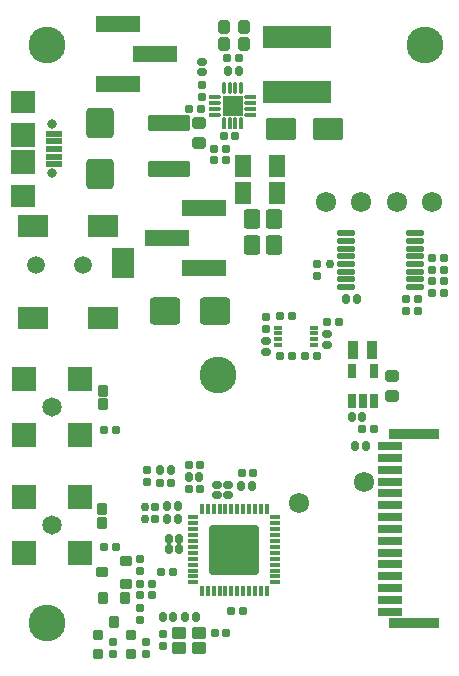
<source format=gbr>
%TF.GenerationSoftware,Altium Limited,Altium Designer,20.1.12 (249)*%
G04 Layer_Color=8388736*
%FSLAX45Y45*%
%MOMM*%
%TF.SameCoordinates,4EE8302A-A9A8-49E0-93C5-14594FCB678D*%
%TF.FilePolarity,Negative*%
%TF.FileFunction,Soldermask,Top*%
%TF.Part,Single*%
G01*
G75*
%TA.AperFunction,ViaPad*%
%ADD69C,0.50000*%
%TA.AperFunction,SMDPad,CuDef*%
G04:AMPARAMS|DCode=75|XSize=0.82mm|YSize=0.97mm|CornerRadius=0.13mm|HoleSize=0mm|Usage=FLASHONLY|Rotation=0.000|XOffset=0mm|YOffset=0mm|HoleType=Round|Shape=RoundedRectangle|*
%AMROUNDEDRECTD75*
21,1,0.82000,0.71000,0,0,0.0*
21,1,0.56000,0.97000,0,0,0.0*
1,1,0.26000,0.28000,-0.35500*
1,1,0.26000,-0.28000,-0.35500*
1,1,0.26000,-0.28000,0.35500*
1,1,0.26000,0.28000,0.35500*
%
%ADD75ROUNDEDRECTD75*%
G04:AMPARAMS|DCode=78|XSize=1.02mm|YSize=1.12mm|CornerRadius=0.15mm|HoleSize=0mm|Usage=FLASHONLY|Rotation=270.000|XOffset=0mm|YOffset=0mm|HoleType=Round|Shape=RoundedRectangle|*
%AMROUNDEDRECTD78*
21,1,1.02000,0.82000,0,0,270.0*
21,1,0.72000,1.12000,0,0,270.0*
1,1,0.30000,-0.41000,-0.36000*
1,1,0.30000,-0.41000,0.36000*
1,1,0.30000,0.41000,0.36000*
1,1,0.30000,0.41000,-0.36000*
%
%ADD78ROUNDEDRECTD78*%
G04:AMPARAMS|DCode=79|XSize=0.62mm|YSize=0.77mm|CornerRadius=0.11mm|HoleSize=0mm|Usage=FLASHONLY|Rotation=90.000|XOffset=0mm|YOffset=0mm|HoleType=Round|Shape=RoundedRectangle|*
%AMROUNDEDRECTD79*
21,1,0.62000,0.55000,0,0,90.0*
21,1,0.40000,0.77000,0,0,90.0*
1,1,0.22000,0.27500,0.20000*
1,1,0.22000,0.27500,-0.20000*
1,1,0.22000,-0.27500,-0.20000*
1,1,0.22000,-0.27500,0.20000*
%
%ADD79ROUNDEDRECTD79*%
G04:AMPARAMS|DCode=80|XSize=0.7mm|YSize=0.6mm|CornerRadius=0.1mm|HoleSize=0mm|Usage=FLASHONLY|Rotation=270.000|XOffset=0mm|YOffset=0mm|HoleType=Round|Shape=RoundedRectangle|*
%AMROUNDEDRECTD80*
21,1,0.70000,0.40000,0,0,270.0*
21,1,0.50000,0.60000,0,0,270.0*
1,1,0.20000,-0.20000,-0.25000*
1,1,0.20000,-0.20000,0.25000*
1,1,0.20000,0.20000,0.25000*
1,1,0.20000,0.20000,-0.25000*
%
%ADD80ROUNDEDRECTD80*%
G04:AMPARAMS|DCode=81|XSize=1.02mm|YSize=1.12mm|CornerRadius=0.15mm|HoleSize=0mm|Usage=FLASHONLY|Rotation=180.000|XOffset=0mm|YOffset=0mm|HoleType=Round|Shape=RoundedRectangle|*
%AMROUNDEDRECTD81*
21,1,1.02000,0.82000,0,0,180.0*
21,1,0.72000,1.12000,0,0,180.0*
1,1,0.30000,-0.36000,0.41000*
1,1,0.30000,0.36000,0.41000*
1,1,0.30000,0.36000,-0.41000*
1,1,0.30000,-0.36000,-0.41000*
%
%ADD81ROUNDEDRECTD81*%
G04:AMPARAMS|DCode=82|XSize=0.62mm|YSize=0.77mm|CornerRadius=0.11mm|HoleSize=0mm|Usage=FLASHONLY|Rotation=180.000|XOffset=0mm|YOffset=0mm|HoleType=Round|Shape=RoundedRectangle|*
%AMROUNDEDRECTD82*
21,1,0.62000,0.55000,0,0,180.0*
21,1,0.40000,0.77000,0,0,180.0*
1,1,0.22000,-0.20000,0.27500*
1,1,0.22000,0.20000,0.27500*
1,1,0.22000,0.20000,-0.27500*
1,1,0.22000,-0.20000,-0.27500*
%
%ADD82ROUNDEDRECTD82*%
%TA.AperFunction,ComponentPad*%
%ADD84C,1.52000*%
%ADD85C,0.82000*%
%ADD86C,1.72000*%
%TA.AperFunction,WasherPad*%
%ADD87C,3.12000*%
%TA.AperFunction,SMDPad,CuDef*%
G04:AMPARAMS|DCode=95|XSize=1.92mm|YSize=1.42mm|CornerRadius=0.19mm|HoleSize=0mm|Usage=FLASHONLY|Rotation=270.000|XOffset=0mm|YOffset=0mm|HoleType=Round|Shape=RoundedRectangle|*
%AMROUNDEDRECTD95*
21,1,1.92000,1.04000,0,0,270.0*
21,1,1.54000,1.42000,0,0,270.0*
1,1,0.38000,-0.52000,-0.77000*
1,1,0.38000,-0.52000,0.77000*
1,1,0.38000,0.52000,0.77000*
1,1,0.38000,0.52000,-0.77000*
%
%ADD95ROUNDEDRECTD95*%
G04:AMPARAMS|DCode=96|XSize=1.42mm|YSize=1.62mm|CornerRadius=0.19mm|HoleSize=0mm|Usage=FLASHONLY|Rotation=0.000|XOffset=0mm|YOffset=0mm|HoleType=Round|Shape=RoundedRectangle|*
%AMROUNDEDRECTD96*
21,1,1.42000,1.24000,0,0,0.0*
21,1,1.04000,1.62000,0,0,0.0*
1,1,0.38000,0.52000,-0.62000*
1,1,0.38000,-0.52000,-0.62000*
1,1,0.38000,-0.52000,0.62000*
1,1,0.38000,0.52000,0.62000*
%
%ADD96ROUNDEDRECTD96*%
G04:AMPARAMS|DCode=97|XSize=3.52mm|YSize=1.32mm|CornerRadius=0.12mm|HoleSize=0mm|Usage=FLASHONLY|Rotation=180.000|XOffset=0mm|YOffset=0mm|HoleType=Round|Shape=RoundedRectangle|*
%AMROUNDEDRECTD97*
21,1,3.52000,1.08000,0,0,180.0*
21,1,3.28000,1.32000,0,0,180.0*
1,1,0.24000,-1.64000,0.54000*
1,1,0.24000,1.64000,0.54000*
1,1,0.24000,1.64000,-0.54000*
1,1,0.24000,-1.64000,-0.54000*
%
%ADD97ROUNDEDRECTD97*%
G04:AMPARAMS|DCode=98|XSize=0.92mm|YSize=0.87mm|CornerRadius=0.15375mm|HoleSize=0mm|Usage=FLASHONLY|Rotation=270.000|XOffset=0mm|YOffset=0mm|HoleType=Round|Shape=RoundedRectangle|*
%AMROUNDEDRECTD98*
21,1,0.92000,0.56250,0,0,270.0*
21,1,0.61250,0.87000,0,0,270.0*
1,1,0.30750,-0.28125,-0.30625*
1,1,0.30750,-0.28125,0.30625*
1,1,0.30750,0.28125,0.30625*
1,1,0.30750,0.28125,-0.30625*
%
%ADD98ROUNDEDRECTD98*%
G04:AMPARAMS|DCode=99|XSize=2.62mm|YSize=1.82mm|CornerRadius=0.145mm|HoleSize=0mm|Usage=FLASHONLY|Rotation=180.000|XOffset=0mm|YOffset=0mm|HoleType=Round|Shape=RoundedRectangle|*
%AMROUNDEDRECTD99*
21,1,2.62000,1.53000,0,0,180.0*
21,1,2.33000,1.82000,0,0,180.0*
1,1,0.29000,-1.16500,0.76500*
1,1,0.29000,1.16500,0.76500*
1,1,0.29000,1.16500,-0.76500*
1,1,0.29000,-1.16500,-0.76500*
%
%ADD99ROUNDEDRECTD99*%
G04:AMPARAMS|DCode=100|XSize=2.62mm|YSize=2.32mm|CornerRadius=0.335mm|HoleSize=0mm|Usage=FLASHONLY|Rotation=180.000|XOffset=0mm|YOffset=0mm|HoleType=Round|Shape=RoundedRectangle|*
%AMROUNDEDRECTD100*
21,1,2.62000,1.65000,0,0,180.0*
21,1,1.95000,2.32000,0,0,180.0*
1,1,0.67000,-0.97500,0.82500*
1,1,0.67000,0.97500,0.82500*
1,1,0.67000,0.97500,-0.82500*
1,1,0.67000,-0.97500,-0.82500*
%
%ADD100ROUNDEDRECTD100*%
%ADD101R,2.12000X0.72000*%
%ADD102R,4.32000X0.82000*%
%ADD103R,1.92000X2.62000*%
%ADD104R,2.62000X1.92000*%
%ADD105R,2.62000X1.92000*%
%ADD106R,2.02000X1.92000*%
%ADD107R,2.02000X2.02000*%
%ADD108R,1.47000X0.52000*%
%ADD109R,5.82000X1.92000*%
G04:AMPARAMS|DCode=110|XSize=0.92mm|YSize=1.52mm|CornerRadius=0.1mm|HoleSize=0mm|Usage=FLASHONLY|Rotation=0.000|XOffset=0mm|YOffset=0mm|HoleType=Round|Shape=RoundedRectangle|*
%AMROUNDEDRECTD110*
21,1,0.92000,1.32000,0,0,0.0*
21,1,0.72000,1.52000,0,0,0.0*
1,1,0.20000,0.36000,-0.66000*
1,1,0.20000,-0.36000,-0.66000*
1,1,0.20000,-0.36000,0.66000*
1,1,0.20000,0.36000,0.66000*
%
%ADD110ROUNDEDRECTD110*%
G04:AMPARAMS|DCode=111|XSize=0.82mm|YSize=1.02mm|CornerRadius=0.1475mm|HoleSize=0mm|Usage=FLASHONLY|Rotation=0.000|XOffset=0mm|YOffset=0mm|HoleType=Round|Shape=RoundedRectangle|*
%AMROUNDEDRECTD111*
21,1,0.82000,0.72500,0,0,0.0*
21,1,0.52500,1.02000,0,0,0.0*
1,1,0.29500,0.26250,-0.36250*
1,1,0.29500,-0.26250,-0.36250*
1,1,0.29500,-0.26250,0.36250*
1,1,0.29500,0.26250,0.36250*
%
%ADD111ROUNDEDRECTD111*%
G04:AMPARAMS|DCode=112|XSize=0.7mm|YSize=0.6mm|CornerRadius=0.1mm|HoleSize=0mm|Usage=FLASHONLY|Rotation=0.000|XOffset=0mm|YOffset=0mm|HoleType=Round|Shape=RoundedRectangle|*
%AMROUNDEDRECTD112*
21,1,0.70000,0.40000,0,0,0.0*
21,1,0.50000,0.60000,0,0,0.0*
1,1,0.20000,0.25000,-0.20000*
1,1,0.20000,-0.25000,-0.20000*
1,1,0.20000,-0.25000,0.20000*
1,1,0.20000,0.25000,0.20000*
%
%ADD112ROUNDEDRECTD112*%
%ADD113C,0.75500*%
%ADD114O,1.62000X0.57000*%
%ADD115O,0.77000X0.42000*%
G04:AMPARAMS|DCode=116|XSize=4.22mm|YSize=4.22mm|CornerRadius=0.1625mm|HoleSize=0mm|Usage=FLASHONLY|Rotation=90.000|XOffset=0mm|YOffset=0mm|HoleType=Round|Shape=RoundedRectangle|*
%AMROUNDEDRECTD116*
21,1,4.22000,3.89500,0,0,90.0*
21,1,3.89500,4.22000,0,0,90.0*
1,1,0.32500,1.94750,1.94750*
1,1,0.32500,1.94750,-1.94750*
1,1,0.32500,-1.94750,-1.94750*
1,1,0.32500,-1.94750,1.94750*
%
%ADD116ROUNDEDRECTD116*%
G04:AMPARAMS|DCode=117|XSize=0.4mm|YSize=0.9mm|CornerRadius=0.1375mm|HoleSize=0mm|Usage=FLASHONLY|Rotation=90.000|XOffset=0mm|YOffset=0mm|HoleType=Round|Shape=RoundedRectangle|*
%AMROUNDEDRECTD117*
21,1,0.40000,0.62500,0,0,90.0*
21,1,0.12500,0.90000,0,0,90.0*
1,1,0.27500,0.31250,0.06250*
1,1,0.27500,0.31250,-0.06250*
1,1,0.27500,-0.31250,-0.06250*
1,1,0.27500,-0.31250,0.06250*
%
%ADD117ROUNDEDRECTD117*%
G04:AMPARAMS|DCode=118|XSize=0.4mm|YSize=0.9mm|CornerRadius=0.1375mm|HoleSize=0mm|Usage=FLASHONLY|Rotation=180.000|XOffset=0mm|YOffset=0mm|HoleType=Round|Shape=RoundedRectangle|*
%AMROUNDEDRECTD118*
21,1,0.40000,0.62500,0,0,180.0*
21,1,0.12500,0.90000,0,0,180.0*
1,1,0.27500,-0.06250,0.31250*
1,1,0.27500,0.06250,0.31250*
1,1,0.27500,0.06250,-0.31250*
1,1,0.27500,-0.06250,-0.31250*
%
%ADD118ROUNDEDRECTD118*%
G04:AMPARAMS|DCode=119|XSize=0.4mm|YSize=0.9mm|CornerRadius=0.10625mm|HoleSize=0mm|Usage=FLASHONLY|Rotation=180.000|XOffset=0mm|YOffset=0mm|HoleType=Round|Shape=RoundedRectangle|*
%AMROUNDEDRECTD119*
21,1,0.40000,0.68750,0,0,180.0*
21,1,0.18750,0.90000,0,0,180.0*
1,1,0.21250,-0.09375,0.34375*
1,1,0.21250,0.09375,0.34375*
1,1,0.21250,0.09375,-0.34375*
1,1,0.21250,-0.09375,-0.34375*
%
%ADD119ROUNDEDRECTD119*%
%ADD120R,1.80000X1.80000*%
%ADD121O,0.99000X0.42000*%
%ADD122O,0.42000X0.99000*%
G04:AMPARAMS|DCode=123|XSize=0.72mm|YSize=1.22mm|CornerRadius=0.12mm|HoleSize=0mm|Usage=FLASHONLY|Rotation=180.000|XOffset=0mm|YOffset=0mm|HoleType=Round|Shape=RoundedRectangle|*
%AMROUNDEDRECTD123*
21,1,0.72000,0.98000,0,0,180.0*
21,1,0.48000,1.22000,0,0,180.0*
1,1,0.24000,-0.24000,0.49000*
1,1,0.24000,0.24000,0.49000*
1,1,0.24000,0.24000,-0.49000*
1,1,0.24000,-0.24000,-0.49000*
%
%ADD123ROUNDEDRECTD123*%
%ADD124R,2.02500X2.02500*%
%ADD125C,1.64000*%
%ADD126R,3.82000X1.39000*%
G04:AMPARAMS|DCode=127|XSize=1.22mm|YSize=1.02mm|CornerRadius=0.105mm|HoleSize=0mm|Usage=FLASHONLY|Rotation=0.000|XOffset=0mm|YOffset=0mm|HoleType=Round|Shape=RoundedRectangle|*
%AMROUNDEDRECTD127*
21,1,1.22000,0.81000,0,0,0.0*
21,1,1.01000,1.02000,0,0,0.0*
1,1,0.21000,0.50500,-0.40500*
1,1,0.21000,-0.50500,-0.40500*
1,1,0.21000,-0.50500,0.40500*
1,1,0.21000,0.50500,0.40500*
%
%ADD127ROUNDEDRECTD127*%
%TA.AperFunction,ConnectorPad*%
%ADD128R,3.82000X1.39000*%
%TA.AperFunction,SMDPad,CuDef*%
G04:AMPARAMS|DCode=129|XSize=0.82mm|YSize=1.02mm|CornerRadius=0.1475mm|HoleSize=0mm|Usage=FLASHONLY|Rotation=270.000|XOffset=0mm|YOffset=0mm|HoleType=Round|Shape=RoundedRectangle|*
%AMROUNDEDRECTD129*
21,1,0.82000,0.72500,0,0,270.0*
21,1,0.52500,1.02000,0,0,270.0*
1,1,0.29500,-0.36250,-0.26250*
1,1,0.29500,-0.36250,0.26250*
1,1,0.29500,0.36250,0.26250*
1,1,0.29500,0.36250,-0.26250*
%
%ADD129ROUNDEDRECTD129*%
G04:AMPARAMS|DCode=130|XSize=2.62mm|YSize=2.32mm|CornerRadius=0.335mm|HoleSize=0mm|Usage=FLASHONLY|Rotation=90.000|XOffset=0mm|YOffset=0mm|HoleType=Round|Shape=RoundedRectangle|*
%AMROUNDEDRECTD130*
21,1,2.62000,1.65000,0,0,90.0*
21,1,1.95000,2.32000,0,0,90.0*
1,1,0.67000,0.82500,0.97500*
1,1,0.67000,0.82500,-0.97500*
1,1,0.67000,-0.82500,-0.97500*
1,1,0.67000,-0.82500,0.97500*
%
%ADD130ROUNDEDRECTD130*%
%TA.AperFunction,Conductor*%
%ADD131R,0.42000X0.34000*%
%ADD132R,0.34000X0.42000*%
D69*
X1866500Y792500D02*
D03*
Y904000D02*
D03*
Y1041000D02*
D03*
Y1152500D02*
D03*
X2003500Y792500D02*
D03*
Y904000D02*
D03*
Y1041000D02*
D03*
Y1152500D02*
D03*
X1755000Y904000D02*
D03*
Y1041000D02*
D03*
X2115000Y904000D02*
D03*
Y1041000D02*
D03*
D75*
X827500Y2321000D02*
D03*
Y2204000D02*
D03*
X812500Y1321000D02*
D03*
Y1204000D02*
D03*
D78*
X1640000Y4590000D02*
D03*
Y4420000D02*
D03*
X3267500Y2442501D02*
D03*
Y2272500D02*
D03*
D79*
X1880000Y1435000D02*
D03*
Y1525000D02*
D03*
X2202500Y2650000D02*
D03*
Y2740000D02*
D03*
X1665000Y5104999D02*
D03*
Y5015000D02*
D03*
X1790000Y1525000D02*
D03*
Y1435000D02*
D03*
X2717500Y2710000D02*
D03*
Y2800000D02*
D03*
D80*
X1862500Y4270000D02*
D03*
Y4370000D02*
D03*
X1190000Y195000D02*
D03*
Y95000D02*
D03*
X1135000Y482500D02*
D03*
Y382500D02*
D03*
X1197500Y1545000D02*
D03*
Y1645000D02*
D03*
X2207500Y2845000D02*
D03*
Y2945000D02*
D03*
X2635000Y3292500D02*
D03*
Y3392500D02*
D03*
X1660000Y4910000D02*
D03*
Y4810000D02*
D03*
X1330001Y160000D02*
D03*
Y260000D02*
D03*
X1135000Y792500D02*
D03*
Y892500D02*
D03*
X910000Y195000D02*
D03*
Y95000D02*
D03*
X3492500Y3095000D02*
D03*
Y2995000D02*
D03*
X3392501D02*
D03*
Y3095000D02*
D03*
X1762500Y4270000D02*
D03*
Y4370000D02*
D03*
X1267500Y1337500D02*
D03*
Y1237500D02*
D03*
D81*
X1850000Y5257500D02*
D03*
X2020000D02*
D03*
X1850000Y5397499D02*
D03*
X2020000D02*
D03*
D82*
X2930000Y2097501D02*
D03*
X3020000D02*
D03*
X1397500Y1645000D02*
D03*
X1307500D02*
D03*
X1367500Y1235000D02*
D03*
X1457500D02*
D03*
X1607500Y405000D02*
D03*
X1517500D02*
D03*
X1327500D02*
D03*
X1417500D02*
D03*
X1470000Y1067500D02*
D03*
X1380000D02*
D03*
X2085000Y1515000D02*
D03*
X1995000D02*
D03*
X1882500Y5027499D02*
D03*
X1972500D02*
D03*
X1637500Y1590000D02*
D03*
X1547500D02*
D03*
X2972500Y3100000D02*
D03*
X2882500D02*
D03*
X1380000Y977500D02*
D03*
X1470000D02*
D03*
X1367500Y1340000D02*
D03*
X1457500D02*
D03*
X2960000Y1850000D02*
D03*
X3050000D02*
D03*
D84*
X652500Y3385000D02*
D03*
X252500D02*
D03*
D85*
X390008Y4160019D02*
D03*
Y4575004D02*
D03*
D86*
X3310000Y3920000D02*
D03*
X3010000D02*
D03*
X2710000D02*
D03*
X3610000D02*
D03*
X3032500Y1550000D02*
D03*
X2485000Y1370000D02*
D03*
D87*
X3550000Y5250000D02*
D03*
X350000D02*
D03*
X1800000Y2450000D02*
D03*
X350000Y350000D02*
D03*
D95*
X2007500Y3995000D02*
D03*
X2297500D02*
D03*
Y4224999D02*
D03*
X2007500D02*
D03*
D96*
X2082500Y3772500D02*
D03*
X2272500D02*
D03*
X2082500Y3550000D02*
D03*
X2272500D02*
D03*
D97*
X1385000Y4585000D02*
D03*
Y4194999D02*
D03*
D98*
X1062500Y255000D02*
D03*
Y95000D02*
D03*
X782500D02*
D03*
Y255000D02*
D03*
D99*
X2732500Y4540000D02*
D03*
X2332500D02*
D03*
D100*
X1775000Y2997500D02*
D03*
X1345000D02*
D03*
D101*
X3250000Y1850000D02*
D03*
Y1750000D02*
D03*
Y1650000D02*
D03*
Y1550000D02*
D03*
Y1450000D02*
D03*
Y1350000D02*
D03*
Y1250000D02*
D03*
Y1150000D02*
D03*
Y1050000D02*
D03*
Y950000D02*
D03*
Y850000D02*
D03*
Y750000D02*
D03*
Y650000D02*
D03*
Y550000D02*
D03*
Y450000D02*
D03*
D102*
X3460000Y1950000D02*
D03*
Y350000D02*
D03*
D103*
X992500Y3405000D02*
D03*
D104*
X227500Y2935000D02*
D03*
Y3715000D02*
D03*
X827500Y2935000D02*
D03*
D105*
Y3715000D02*
D03*
D106*
X145000Y3967512D02*
D03*
Y4767510D02*
D03*
D107*
Y4252500D02*
D03*
Y4482497D02*
D03*
D108*
X412487Y4237514D02*
D03*
Y4302513D02*
D03*
Y4367511D02*
D03*
Y4432510D02*
D03*
Y4497508D02*
D03*
D109*
X2467500Y4852500D02*
D03*
Y5312500D02*
D03*
D110*
X2937500Y2662501D02*
D03*
X3097500D02*
D03*
D111*
X1012500Y562500D02*
D03*
X822500D02*
D03*
X917500Y362500D02*
D03*
D112*
X3017500Y1992501D02*
D03*
X3117500D02*
D03*
X1302500Y1540000D02*
D03*
X1402500D02*
D03*
X2817500Y2900000D02*
D03*
X2717500D02*
D03*
X3710000Y3245000D02*
D03*
X3610000D02*
D03*
X1875000Y5134999D02*
D03*
X1975000D02*
D03*
X1997500Y1620000D02*
D03*
X2097500D02*
D03*
X1910000Y452500D02*
D03*
X2010000D02*
D03*
X1555000Y4704999D02*
D03*
X1655000D02*
D03*
X2422500Y2610000D02*
D03*
X2322500D02*
D03*
X3610000Y3345000D02*
D03*
X3710000D02*
D03*
X1547500Y1485000D02*
D03*
X1647500D02*
D03*
X932500Y995000D02*
D03*
X832500D02*
D03*
X1135000Y687500D02*
D03*
X1235000D02*
D03*
X1647500Y1695000D02*
D03*
X1547500D02*
D03*
X2322500Y2952500D02*
D03*
X2422500D02*
D03*
X1415000Y787500D02*
D03*
X1315000D02*
D03*
X1845000Y4475000D02*
D03*
X1945000D02*
D03*
X2532500Y2610000D02*
D03*
X2632500D02*
D03*
X3610000Y3145000D02*
D03*
X3710000D02*
D03*
X3710000Y3447500D02*
D03*
X3610000D02*
D03*
X1135000Y587500D02*
D03*
X1235000D02*
D03*
X1867500Y272500D02*
D03*
X1767500D02*
D03*
X932500Y1990000D02*
D03*
X832500D02*
D03*
D113*
X1177500Y1237500D02*
D03*
X1180000Y1337500D02*
D03*
X2747500Y3392500D02*
D03*
D114*
X2882500Y3652500D02*
D03*
Y3587500D02*
D03*
Y3522500D02*
D03*
Y3457500D02*
D03*
Y3392500D02*
D03*
Y3327500D02*
D03*
Y3262500D02*
D03*
Y3197500D02*
D03*
X3462500Y3652500D02*
D03*
Y3587500D02*
D03*
Y3522500D02*
D03*
Y3457500D02*
D03*
Y3392500D02*
D03*
Y3327500D02*
D03*
Y3262500D02*
D03*
Y3197500D02*
D03*
D115*
X2307500Y2855000D02*
D03*
Y2805000D02*
D03*
Y2755000D02*
D03*
Y2705000D02*
D03*
X2612500Y2855000D02*
D03*
Y2805000D02*
D03*
Y2755000D02*
D03*
Y2705000D02*
D03*
D116*
X1935000Y972500D02*
D03*
D117*
X1587500Y697500D02*
D03*
Y747500D02*
D03*
Y797500D02*
D03*
Y847500D02*
D03*
Y897500D02*
D03*
Y947500D02*
D03*
Y997500D02*
D03*
Y1047500D02*
D03*
Y1097500D02*
D03*
Y1147500D02*
D03*
Y1197500D02*
D03*
Y1247500D02*
D03*
X2282500D02*
D03*
Y1197500D02*
D03*
Y1147500D02*
D03*
Y1097500D02*
D03*
Y1047500D02*
D03*
Y997500D02*
D03*
Y947500D02*
D03*
Y897500D02*
D03*
Y847500D02*
D03*
Y797500D02*
D03*
Y747500D02*
D03*
Y697500D02*
D03*
D118*
X1660000Y1320000D02*
D03*
X1710000D02*
D03*
X1760000D02*
D03*
X1810000D02*
D03*
X1860000D02*
D03*
X1910000D02*
D03*
X1960000D02*
D03*
X2010000D02*
D03*
X2060000D02*
D03*
X2110000D02*
D03*
X2160000D02*
D03*
X2210000D02*
D03*
Y625000D02*
D03*
X2160000D02*
D03*
X2110000D02*
D03*
X2060000D02*
D03*
X2010000D02*
D03*
X1960000D02*
D03*
X1910000D02*
D03*
X1860000D02*
D03*
X1810000D02*
D03*
X1760000D02*
D03*
X1710000D02*
D03*
D119*
X1660000D02*
D03*
D120*
X1920000Y4732500D02*
D03*
D121*
X2067500Y4807500D02*
D03*
Y4757500D02*
D03*
Y4707500D02*
D03*
Y4657500D02*
D03*
X1772500D02*
D03*
Y4707500D02*
D03*
Y4757500D02*
D03*
Y4807500D02*
D03*
D122*
X1995000Y4585000D02*
D03*
X1945000D02*
D03*
X1895000D02*
D03*
X1845000D02*
D03*
Y4880000D02*
D03*
X1895000D02*
D03*
X1945000D02*
D03*
X1995000D02*
D03*
D123*
X2927500Y2490001D02*
D03*
X3117500D02*
D03*
Y2230001D02*
D03*
X3022500D02*
D03*
X2927500D02*
D03*
D124*
X152500Y1942500D02*
D03*
X627500D02*
D03*
X152500Y2417500D02*
D03*
X627500D02*
D03*
X152500Y942500D02*
D03*
X627500D02*
D03*
X152500Y1417500D02*
D03*
X627500D02*
D03*
D125*
X390000Y2180000D02*
D03*
Y1180000D02*
D03*
D126*
X1675000Y3361000D02*
D03*
Y3869000D02*
D03*
X1365000Y3615000D02*
D03*
D127*
X1467500Y142500D02*
D03*
X1637500D02*
D03*
X1467500Y272500D02*
D03*
X1637500D02*
D03*
D128*
X952500Y5424000D02*
D03*
Y4916000D02*
D03*
X1262500Y5170000D02*
D03*
D129*
X817500Y782500D02*
D03*
X1017500Y877500D02*
D03*
Y687500D02*
D03*
D130*
X795000Y4587500D02*
D03*
Y4157500D02*
D03*
D131*
X1845000Y4912509D02*
D03*
X1895000D02*
D03*
X1945009Y4912500D02*
D03*
X1995009D02*
D03*
X1845010Y4552499D02*
D03*
X1895010D02*
D03*
X1945000Y4552509D02*
D03*
X1995000D02*
D03*
D132*
X1740000Y4807490D02*
D03*
Y4757490D02*
D03*
X1740009Y4707499D02*
D03*
Y4657499D02*
D03*
X2100009Y4807500D02*
D03*
Y4757500D02*
D03*
X2100000Y4707490D02*
D03*
Y4657490D02*
D03*
%TF.MD5,690d9cb17070316ca8eccfb9b167b487*%
M02*

</source>
